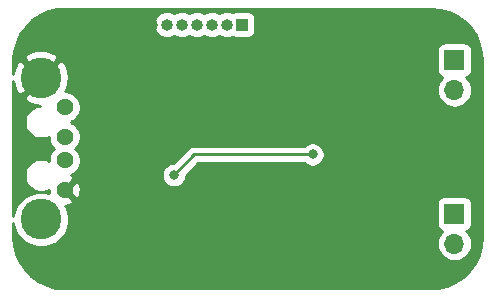
<source format=gbr>
G04 #@! TF.GenerationSoftware,KiCad,Pcbnew,5.1.4-e60b266~84~ubuntu19.04.1*
G04 #@! TF.CreationDate,2019-09-06T13:47:56+02:00*
G04 #@! TF.ProjectId,keyer,6b657965-722e-46b6-9963-61645f706362,rev?*
G04 #@! TF.SameCoordinates,Original*
G04 #@! TF.FileFunction,Copper,L2,Bot*
G04 #@! TF.FilePolarity,Positive*
%FSLAX46Y46*%
G04 Gerber Fmt 4.6, Leading zero omitted, Abs format (unit mm)*
G04 Created by KiCad (PCBNEW 5.1.4-e60b266~84~ubuntu19.04.1) date 2019-09-06 13:47:56*
%MOMM*%
%LPD*%
G04 APERTURE LIST*
%ADD10O,1.000000X1.000000*%
%ADD11R,1.000000X1.000000*%
%ADD12C,3.450000*%
%ADD13C,1.431000*%
%ADD14O,1.700000X1.700000*%
%ADD15R,1.700000X1.700000*%
%ADD16C,0.800000*%
%ADD17C,0.250000*%
%ADD18C,0.254000*%
G04 APERTURE END LIST*
D10*
X116380000Y-117000000D03*
X117650000Y-117000000D03*
X118920000Y-117000000D03*
X120190000Y-117000000D03*
X121460000Y-117000000D03*
X122730000Y-117000000D03*
D11*
X124000000Y-117000000D03*
D12*
X107000000Y-133500000D03*
X107000000Y-121500000D03*
D13*
X109000000Y-131000000D03*
X109000000Y-128500000D03*
X109000000Y-126500000D03*
X109000000Y-124000000D03*
D14*
X142000000Y-135540000D03*
D15*
X142000000Y-133000000D03*
X142000000Y-120000000D03*
D14*
X142000000Y-122540000D03*
D16*
X121000000Y-122000000D03*
X120675000Y-133325000D03*
X121000000Y-136000000D03*
X123600000Y-133310000D03*
X130270000Y-122270000D03*
X131850000Y-136850000D03*
X140000000Y-126000000D03*
X140000000Y-128000000D03*
X140000000Y-130000000D03*
X130000000Y-128000000D03*
X118260000Y-129740000D03*
D17*
X130000000Y-128000000D02*
X120000000Y-128000000D01*
X120000000Y-128000000D02*
X118260000Y-129740000D01*
D18*
G36*
X140768083Y-115731173D02*
G01*
X141511891Y-115934656D01*
X142207905Y-116266638D01*
X142834130Y-116716626D01*
X143370777Y-117270403D01*
X143800871Y-117910451D01*
X144110829Y-118616553D01*
X144292065Y-119371457D01*
X144340000Y-120024207D01*
X144340001Y-134970597D01*
X144268827Y-135768083D01*
X144065344Y-136511890D01*
X143733363Y-137207904D01*
X143283374Y-137834130D01*
X142729597Y-138370777D01*
X142089549Y-138800871D01*
X141383447Y-139110829D01*
X140628543Y-139292065D01*
X139975793Y-139340000D01*
X109029392Y-139340000D01*
X108231917Y-139268827D01*
X107488110Y-139065344D01*
X106792096Y-138733363D01*
X106165870Y-138283374D01*
X105629223Y-137729597D01*
X105199129Y-137089549D01*
X104889171Y-136383447D01*
X104707935Y-135628543D01*
X104660000Y-134975793D01*
X104660000Y-133832986D01*
X104730694Y-134188387D01*
X104908595Y-134617879D01*
X105166868Y-135004412D01*
X105495588Y-135333132D01*
X105882121Y-135591405D01*
X106311613Y-135769306D01*
X106767560Y-135860000D01*
X107232440Y-135860000D01*
X107688387Y-135769306D01*
X108117879Y-135591405D01*
X108194812Y-135540000D01*
X140507815Y-135540000D01*
X140536487Y-135831111D01*
X140621401Y-136111034D01*
X140759294Y-136369014D01*
X140944866Y-136595134D01*
X141170986Y-136780706D01*
X141428966Y-136918599D01*
X141708889Y-137003513D01*
X141927050Y-137025000D01*
X142072950Y-137025000D01*
X142291111Y-137003513D01*
X142571034Y-136918599D01*
X142829014Y-136780706D01*
X143055134Y-136595134D01*
X143240706Y-136369014D01*
X143378599Y-136111034D01*
X143463513Y-135831111D01*
X143492185Y-135540000D01*
X143463513Y-135248889D01*
X143378599Y-134968966D01*
X143240706Y-134710986D01*
X143055134Y-134484866D01*
X143025313Y-134460393D01*
X143094180Y-134439502D01*
X143204494Y-134380537D01*
X143301185Y-134301185D01*
X143380537Y-134204494D01*
X143439502Y-134094180D01*
X143475812Y-133974482D01*
X143488072Y-133850000D01*
X143488072Y-132150000D01*
X143475812Y-132025518D01*
X143439502Y-131905820D01*
X143380537Y-131795506D01*
X143301185Y-131698815D01*
X143204494Y-131619463D01*
X143094180Y-131560498D01*
X142974482Y-131524188D01*
X142850000Y-131511928D01*
X141150000Y-131511928D01*
X141025518Y-131524188D01*
X140905820Y-131560498D01*
X140795506Y-131619463D01*
X140698815Y-131698815D01*
X140619463Y-131795506D01*
X140560498Y-131905820D01*
X140524188Y-132025518D01*
X140511928Y-132150000D01*
X140511928Y-133850000D01*
X140524188Y-133974482D01*
X140560498Y-134094180D01*
X140619463Y-134204494D01*
X140698815Y-134301185D01*
X140795506Y-134380537D01*
X140905820Y-134439502D01*
X140974687Y-134460393D01*
X140944866Y-134484866D01*
X140759294Y-134710986D01*
X140621401Y-134968966D01*
X140536487Y-135248889D01*
X140507815Y-135540000D01*
X108194812Y-135540000D01*
X108504412Y-135333132D01*
X108833132Y-135004412D01*
X109091405Y-134617879D01*
X109269306Y-134188387D01*
X109360000Y-133732440D01*
X109360000Y-133267560D01*
X109269306Y-132811613D01*
X109091405Y-132382121D01*
X109073281Y-132354997D01*
X109073859Y-132355022D01*
X109336792Y-132314577D01*
X109586782Y-132223612D01*
X109691398Y-132167694D01*
X109752740Y-131932345D01*
X109000000Y-131179605D01*
X108985858Y-131193748D01*
X108806253Y-131014143D01*
X108820395Y-131000000D01*
X109179605Y-131000000D01*
X109932345Y-131752740D01*
X110167694Y-131691398D01*
X110280143Y-131450308D01*
X110343395Y-131191912D01*
X110355022Y-130926141D01*
X110314577Y-130663208D01*
X110223612Y-130413218D01*
X110167694Y-130308602D01*
X109932345Y-130247260D01*
X109179605Y-131000000D01*
X108820395Y-131000000D01*
X108806253Y-130985858D01*
X108985858Y-130806253D01*
X109000000Y-130820395D01*
X109752740Y-130067655D01*
X109691398Y-129832306D01*
X109513205Y-129749194D01*
X109639701Y-129696797D01*
X109727605Y-129638061D01*
X117225000Y-129638061D01*
X117225000Y-129841939D01*
X117264774Y-130041898D01*
X117342795Y-130230256D01*
X117456063Y-130399774D01*
X117600226Y-130543937D01*
X117769744Y-130657205D01*
X117958102Y-130735226D01*
X118158061Y-130775000D01*
X118361939Y-130775000D01*
X118561898Y-130735226D01*
X118750256Y-130657205D01*
X118919774Y-130543937D01*
X119063937Y-130399774D01*
X119177205Y-130230256D01*
X119255226Y-130041898D01*
X119295000Y-129841939D01*
X119295000Y-129779801D01*
X120314802Y-128760000D01*
X129296289Y-128760000D01*
X129340226Y-128803937D01*
X129509744Y-128917205D01*
X129698102Y-128995226D01*
X129898061Y-129035000D01*
X130101939Y-129035000D01*
X130301898Y-128995226D01*
X130490256Y-128917205D01*
X130659774Y-128803937D01*
X130803937Y-128659774D01*
X130917205Y-128490256D01*
X130995226Y-128301898D01*
X131035000Y-128101939D01*
X131035000Y-127898061D01*
X130995226Y-127698102D01*
X130917205Y-127509744D01*
X130803937Y-127340226D01*
X130659774Y-127196063D01*
X130490256Y-127082795D01*
X130301898Y-127004774D01*
X130101939Y-126965000D01*
X129898061Y-126965000D01*
X129698102Y-127004774D01*
X129509744Y-127082795D01*
X129340226Y-127196063D01*
X129296289Y-127240000D01*
X120037333Y-127240000D01*
X120000000Y-127236323D01*
X119962667Y-127240000D01*
X119851014Y-127250997D01*
X119707753Y-127294454D01*
X119575724Y-127365026D01*
X119459999Y-127459999D01*
X119436201Y-127488997D01*
X118220199Y-128705000D01*
X118158061Y-128705000D01*
X117958102Y-128744774D01*
X117769744Y-128822795D01*
X117600226Y-128936063D01*
X117456063Y-129080226D01*
X117342795Y-129249744D01*
X117264774Y-129438102D01*
X117225000Y-129638061D01*
X109727605Y-129638061D01*
X109860893Y-129549001D01*
X110049001Y-129360893D01*
X110196797Y-129139701D01*
X110298601Y-128893926D01*
X110350500Y-128633013D01*
X110350500Y-128366987D01*
X110298601Y-128106074D01*
X110196797Y-127860299D01*
X110049001Y-127639107D01*
X109909894Y-127500000D01*
X110049001Y-127360893D01*
X110196797Y-127139701D01*
X110298601Y-126893926D01*
X110350500Y-126633013D01*
X110350500Y-126366987D01*
X110298601Y-126106074D01*
X110196797Y-125860299D01*
X110049001Y-125639107D01*
X109860893Y-125450999D01*
X109639701Y-125303203D01*
X109511258Y-125250000D01*
X109639701Y-125196797D01*
X109860893Y-125049001D01*
X110049001Y-124860893D01*
X110196797Y-124639701D01*
X110298601Y-124393926D01*
X110350500Y-124133013D01*
X110350500Y-123866987D01*
X110298601Y-123606074D01*
X110196797Y-123360299D01*
X110049001Y-123139107D01*
X109860893Y-122950999D01*
X109639701Y-122803203D01*
X109393926Y-122701399D01*
X109133013Y-122649500D01*
X109062503Y-122649500D01*
X109119032Y-122540000D01*
X140507815Y-122540000D01*
X140536487Y-122831111D01*
X140621401Y-123111034D01*
X140759294Y-123369014D01*
X140944866Y-123595134D01*
X141170986Y-123780706D01*
X141428966Y-123918599D01*
X141708889Y-124003513D01*
X141927050Y-124025000D01*
X142072950Y-124025000D01*
X142291111Y-124003513D01*
X142571034Y-123918599D01*
X142829014Y-123780706D01*
X143055134Y-123595134D01*
X143240706Y-123369014D01*
X143378599Y-123111034D01*
X143463513Y-122831111D01*
X143492185Y-122540000D01*
X143463513Y-122248889D01*
X143378599Y-121968966D01*
X143240706Y-121710986D01*
X143055134Y-121484866D01*
X143025313Y-121460393D01*
X143094180Y-121439502D01*
X143204494Y-121380537D01*
X143301185Y-121301185D01*
X143380537Y-121204494D01*
X143439502Y-121094180D01*
X143475812Y-120974482D01*
X143488072Y-120850000D01*
X143488072Y-119150000D01*
X143475812Y-119025518D01*
X143439502Y-118905820D01*
X143380537Y-118795506D01*
X143301185Y-118698815D01*
X143204494Y-118619463D01*
X143094180Y-118560498D01*
X142974482Y-118524188D01*
X142850000Y-118511928D01*
X141150000Y-118511928D01*
X141025518Y-118524188D01*
X140905820Y-118560498D01*
X140795506Y-118619463D01*
X140698815Y-118698815D01*
X140619463Y-118795506D01*
X140560498Y-118905820D01*
X140524188Y-119025518D01*
X140511928Y-119150000D01*
X140511928Y-120850000D01*
X140524188Y-120974482D01*
X140560498Y-121094180D01*
X140619463Y-121204494D01*
X140698815Y-121301185D01*
X140795506Y-121380537D01*
X140905820Y-121439502D01*
X140974687Y-121460393D01*
X140944866Y-121484866D01*
X140759294Y-121710986D01*
X140621401Y-121968966D01*
X140536487Y-122248889D01*
X140507815Y-122540000D01*
X109119032Y-122540000D01*
X109203668Y-122376059D01*
X109332235Y-121929312D01*
X109371177Y-121466067D01*
X109318996Y-121004125D01*
X109177697Y-120561239D01*
X108990414Y-120210860D01*
X108651816Y-120027789D01*
X107179605Y-121500000D01*
X107193748Y-121514143D01*
X107014143Y-121693748D01*
X107000000Y-121679605D01*
X105527789Y-123151816D01*
X105710860Y-123490414D01*
X106123941Y-123703668D01*
X106570688Y-123832235D01*
X106960453Y-123865000D01*
X106863589Y-123865000D01*
X106596011Y-123918225D01*
X106343957Y-124022629D01*
X106117114Y-124174201D01*
X105924201Y-124367114D01*
X105772629Y-124593957D01*
X105668225Y-124846011D01*
X105615000Y-125113589D01*
X105615000Y-125386411D01*
X105668225Y-125653989D01*
X105772629Y-125906043D01*
X105924201Y-126132886D01*
X106117114Y-126325799D01*
X106343957Y-126477371D01*
X106596011Y-126581775D01*
X106863589Y-126635000D01*
X107136411Y-126635000D01*
X107403989Y-126581775D01*
X107649500Y-126480081D01*
X107649500Y-126633013D01*
X107701399Y-126893926D01*
X107803203Y-127139701D01*
X107950999Y-127360893D01*
X108090106Y-127500000D01*
X107950999Y-127639107D01*
X107803203Y-127860299D01*
X107701399Y-128106074D01*
X107649500Y-128366987D01*
X107649500Y-128519919D01*
X107403989Y-128418225D01*
X107136411Y-128365000D01*
X106863589Y-128365000D01*
X106596011Y-128418225D01*
X106343957Y-128522629D01*
X106117114Y-128674201D01*
X105924201Y-128867114D01*
X105772629Y-129093957D01*
X105668225Y-129346011D01*
X105615000Y-129613589D01*
X105615000Y-129886411D01*
X105668225Y-130153989D01*
X105772629Y-130406043D01*
X105924201Y-130632886D01*
X106117114Y-130825799D01*
X106343957Y-130977371D01*
X106596011Y-131081775D01*
X106863589Y-131135000D01*
X107136411Y-131135000D01*
X107403989Y-131081775D01*
X107649073Y-130980258D01*
X107644978Y-131073859D01*
X107668494Y-131226737D01*
X107232440Y-131140000D01*
X106767560Y-131140000D01*
X106311613Y-131230694D01*
X105882121Y-131408595D01*
X105495588Y-131666868D01*
X105166868Y-131995588D01*
X104908595Y-132382121D01*
X104730694Y-132811613D01*
X104660000Y-133167014D01*
X104660000Y-121809933D01*
X104681004Y-121995875D01*
X104822303Y-122438761D01*
X105009586Y-122789140D01*
X105348184Y-122972211D01*
X106820395Y-121500000D01*
X105348184Y-120027789D01*
X105009586Y-120210860D01*
X104796332Y-120623941D01*
X104667765Y-121070688D01*
X104660000Y-121163059D01*
X104660000Y-120029392D01*
X104676172Y-119848184D01*
X105527789Y-119848184D01*
X107000000Y-121320395D01*
X108472211Y-119848184D01*
X108289140Y-119509586D01*
X107876059Y-119296332D01*
X107429312Y-119167765D01*
X106966067Y-119128823D01*
X106504125Y-119181004D01*
X106061239Y-119322303D01*
X105710860Y-119509586D01*
X105527789Y-119848184D01*
X104676172Y-119848184D01*
X104731173Y-119231917D01*
X104934656Y-118488109D01*
X105266638Y-117792095D01*
X105716626Y-117165870D01*
X105887790Y-117000000D01*
X116509509Y-117000000D01*
X116531423Y-117222499D01*
X116596324Y-117436447D01*
X116701716Y-117633623D01*
X116843551Y-117806449D01*
X117016377Y-117948284D01*
X117213553Y-118053676D01*
X117427501Y-118118577D01*
X117594248Y-118135000D01*
X117705752Y-118135000D01*
X117872499Y-118118577D01*
X118086447Y-118053676D01*
X118283623Y-117948284D01*
X118285000Y-117947154D01*
X118286377Y-117948284D01*
X118483553Y-118053676D01*
X118697501Y-118118577D01*
X118864248Y-118135000D01*
X118975752Y-118135000D01*
X119142499Y-118118577D01*
X119356447Y-118053676D01*
X119553623Y-117948284D01*
X119555000Y-117947154D01*
X119556377Y-117948284D01*
X119753553Y-118053676D01*
X119967501Y-118118577D01*
X120134248Y-118135000D01*
X120245752Y-118135000D01*
X120412499Y-118118577D01*
X120626447Y-118053676D01*
X120823623Y-117948284D01*
X120825000Y-117947154D01*
X120826377Y-117948284D01*
X121023553Y-118053676D01*
X121237501Y-118118577D01*
X121404248Y-118135000D01*
X121515752Y-118135000D01*
X121682499Y-118118577D01*
X121896447Y-118053676D01*
X122093623Y-117948284D01*
X122095000Y-117947154D01*
X122096377Y-117948284D01*
X122293553Y-118053676D01*
X122507501Y-118118577D01*
X122674248Y-118135000D01*
X122785752Y-118135000D01*
X122952499Y-118118577D01*
X123166447Y-118053676D01*
X123177621Y-118047703D01*
X123255820Y-118089502D01*
X123375518Y-118125812D01*
X123500000Y-118138072D01*
X124500000Y-118138072D01*
X124624482Y-118125812D01*
X124744180Y-118089502D01*
X124854494Y-118030537D01*
X124951185Y-117951185D01*
X125030537Y-117854494D01*
X125089502Y-117744180D01*
X125125812Y-117624482D01*
X125138072Y-117500000D01*
X125138072Y-116500000D01*
X125125812Y-116375518D01*
X125089502Y-116255820D01*
X125030537Y-116145506D01*
X124951185Y-116048815D01*
X124854494Y-115969463D01*
X124744180Y-115910498D01*
X124624482Y-115874188D01*
X124500000Y-115861928D01*
X123500000Y-115861928D01*
X123375518Y-115874188D01*
X123255820Y-115910498D01*
X123177621Y-115952297D01*
X123166447Y-115946324D01*
X122952499Y-115881423D01*
X122785752Y-115865000D01*
X122674248Y-115865000D01*
X122507501Y-115881423D01*
X122293553Y-115946324D01*
X122096377Y-116051716D01*
X122095000Y-116052846D01*
X122093623Y-116051716D01*
X121896447Y-115946324D01*
X121682499Y-115881423D01*
X121515752Y-115865000D01*
X121404248Y-115865000D01*
X121237501Y-115881423D01*
X121023553Y-115946324D01*
X120826377Y-116051716D01*
X120825000Y-116052846D01*
X120823623Y-116051716D01*
X120626447Y-115946324D01*
X120412499Y-115881423D01*
X120245752Y-115865000D01*
X120134248Y-115865000D01*
X119967501Y-115881423D01*
X119753553Y-115946324D01*
X119556377Y-116051716D01*
X119555000Y-116052846D01*
X119553623Y-116051716D01*
X119356447Y-115946324D01*
X119142499Y-115881423D01*
X118975752Y-115865000D01*
X118864248Y-115865000D01*
X118697501Y-115881423D01*
X118483553Y-115946324D01*
X118286377Y-116051716D01*
X118285000Y-116052846D01*
X118283623Y-116051716D01*
X118086447Y-115946324D01*
X117872499Y-115881423D01*
X117705752Y-115865000D01*
X117594248Y-115865000D01*
X117427501Y-115881423D01*
X117213553Y-115946324D01*
X117016377Y-116051716D01*
X116843551Y-116193551D01*
X116701716Y-116366377D01*
X116596324Y-116563553D01*
X116531423Y-116777501D01*
X116509509Y-117000000D01*
X105887790Y-117000000D01*
X106270403Y-116629223D01*
X106910451Y-116199129D01*
X107616553Y-115889171D01*
X108371457Y-115707935D01*
X109024207Y-115660000D01*
X139970608Y-115660000D01*
X140768083Y-115731173D01*
X140768083Y-115731173D01*
G37*
X140768083Y-115731173D02*
X141511891Y-115934656D01*
X142207905Y-116266638D01*
X142834130Y-116716626D01*
X143370777Y-117270403D01*
X143800871Y-117910451D01*
X144110829Y-118616553D01*
X144292065Y-119371457D01*
X144340000Y-120024207D01*
X144340001Y-134970597D01*
X144268827Y-135768083D01*
X144065344Y-136511890D01*
X143733363Y-137207904D01*
X143283374Y-137834130D01*
X142729597Y-138370777D01*
X142089549Y-138800871D01*
X141383447Y-139110829D01*
X140628543Y-139292065D01*
X139975793Y-139340000D01*
X109029392Y-139340000D01*
X108231917Y-139268827D01*
X107488110Y-139065344D01*
X106792096Y-138733363D01*
X106165870Y-138283374D01*
X105629223Y-137729597D01*
X105199129Y-137089549D01*
X104889171Y-136383447D01*
X104707935Y-135628543D01*
X104660000Y-134975793D01*
X104660000Y-133832986D01*
X104730694Y-134188387D01*
X104908595Y-134617879D01*
X105166868Y-135004412D01*
X105495588Y-135333132D01*
X105882121Y-135591405D01*
X106311613Y-135769306D01*
X106767560Y-135860000D01*
X107232440Y-135860000D01*
X107688387Y-135769306D01*
X108117879Y-135591405D01*
X108194812Y-135540000D01*
X140507815Y-135540000D01*
X140536487Y-135831111D01*
X140621401Y-136111034D01*
X140759294Y-136369014D01*
X140944866Y-136595134D01*
X141170986Y-136780706D01*
X141428966Y-136918599D01*
X141708889Y-137003513D01*
X141927050Y-137025000D01*
X142072950Y-137025000D01*
X142291111Y-137003513D01*
X142571034Y-136918599D01*
X142829014Y-136780706D01*
X143055134Y-136595134D01*
X143240706Y-136369014D01*
X143378599Y-136111034D01*
X143463513Y-135831111D01*
X143492185Y-135540000D01*
X143463513Y-135248889D01*
X143378599Y-134968966D01*
X143240706Y-134710986D01*
X143055134Y-134484866D01*
X143025313Y-134460393D01*
X143094180Y-134439502D01*
X143204494Y-134380537D01*
X143301185Y-134301185D01*
X143380537Y-134204494D01*
X143439502Y-134094180D01*
X143475812Y-133974482D01*
X143488072Y-133850000D01*
X143488072Y-132150000D01*
X143475812Y-132025518D01*
X143439502Y-131905820D01*
X143380537Y-131795506D01*
X143301185Y-131698815D01*
X143204494Y-131619463D01*
X143094180Y-131560498D01*
X142974482Y-131524188D01*
X142850000Y-131511928D01*
X141150000Y-131511928D01*
X141025518Y-131524188D01*
X140905820Y-131560498D01*
X140795506Y-131619463D01*
X140698815Y-131698815D01*
X140619463Y-131795506D01*
X140560498Y-131905820D01*
X140524188Y-132025518D01*
X140511928Y-132150000D01*
X140511928Y-133850000D01*
X140524188Y-133974482D01*
X140560498Y-134094180D01*
X140619463Y-134204494D01*
X140698815Y-134301185D01*
X140795506Y-134380537D01*
X140905820Y-134439502D01*
X140974687Y-134460393D01*
X140944866Y-134484866D01*
X140759294Y-134710986D01*
X140621401Y-134968966D01*
X140536487Y-135248889D01*
X140507815Y-135540000D01*
X108194812Y-135540000D01*
X108504412Y-135333132D01*
X108833132Y-135004412D01*
X109091405Y-134617879D01*
X109269306Y-134188387D01*
X109360000Y-133732440D01*
X109360000Y-133267560D01*
X109269306Y-132811613D01*
X109091405Y-132382121D01*
X109073281Y-132354997D01*
X109073859Y-132355022D01*
X109336792Y-132314577D01*
X109586782Y-132223612D01*
X109691398Y-132167694D01*
X109752740Y-131932345D01*
X109000000Y-131179605D01*
X108985858Y-131193748D01*
X108806253Y-131014143D01*
X108820395Y-131000000D01*
X109179605Y-131000000D01*
X109932345Y-131752740D01*
X110167694Y-131691398D01*
X110280143Y-131450308D01*
X110343395Y-131191912D01*
X110355022Y-130926141D01*
X110314577Y-130663208D01*
X110223612Y-130413218D01*
X110167694Y-130308602D01*
X109932345Y-130247260D01*
X109179605Y-131000000D01*
X108820395Y-131000000D01*
X108806253Y-130985858D01*
X108985858Y-130806253D01*
X109000000Y-130820395D01*
X109752740Y-130067655D01*
X109691398Y-129832306D01*
X109513205Y-129749194D01*
X109639701Y-129696797D01*
X109727605Y-129638061D01*
X117225000Y-129638061D01*
X117225000Y-129841939D01*
X117264774Y-130041898D01*
X117342795Y-130230256D01*
X117456063Y-130399774D01*
X117600226Y-130543937D01*
X117769744Y-130657205D01*
X117958102Y-130735226D01*
X118158061Y-130775000D01*
X118361939Y-130775000D01*
X118561898Y-130735226D01*
X118750256Y-130657205D01*
X118919774Y-130543937D01*
X119063937Y-130399774D01*
X119177205Y-130230256D01*
X119255226Y-130041898D01*
X119295000Y-129841939D01*
X119295000Y-129779801D01*
X120314802Y-128760000D01*
X129296289Y-128760000D01*
X129340226Y-128803937D01*
X129509744Y-128917205D01*
X129698102Y-128995226D01*
X129898061Y-129035000D01*
X130101939Y-129035000D01*
X130301898Y-128995226D01*
X130490256Y-128917205D01*
X130659774Y-128803937D01*
X130803937Y-128659774D01*
X130917205Y-128490256D01*
X130995226Y-128301898D01*
X131035000Y-128101939D01*
X131035000Y-127898061D01*
X130995226Y-127698102D01*
X130917205Y-127509744D01*
X130803937Y-127340226D01*
X130659774Y-127196063D01*
X130490256Y-127082795D01*
X130301898Y-127004774D01*
X130101939Y-126965000D01*
X129898061Y-126965000D01*
X129698102Y-127004774D01*
X129509744Y-127082795D01*
X129340226Y-127196063D01*
X129296289Y-127240000D01*
X120037333Y-127240000D01*
X120000000Y-127236323D01*
X119962667Y-127240000D01*
X119851014Y-127250997D01*
X119707753Y-127294454D01*
X119575724Y-127365026D01*
X119459999Y-127459999D01*
X119436201Y-127488997D01*
X118220199Y-128705000D01*
X118158061Y-128705000D01*
X117958102Y-128744774D01*
X117769744Y-128822795D01*
X117600226Y-128936063D01*
X117456063Y-129080226D01*
X117342795Y-129249744D01*
X117264774Y-129438102D01*
X117225000Y-129638061D01*
X109727605Y-129638061D01*
X109860893Y-129549001D01*
X110049001Y-129360893D01*
X110196797Y-129139701D01*
X110298601Y-128893926D01*
X110350500Y-128633013D01*
X110350500Y-128366987D01*
X110298601Y-128106074D01*
X110196797Y-127860299D01*
X110049001Y-127639107D01*
X109909894Y-127500000D01*
X110049001Y-127360893D01*
X110196797Y-127139701D01*
X110298601Y-126893926D01*
X110350500Y-126633013D01*
X110350500Y-126366987D01*
X110298601Y-126106074D01*
X110196797Y-125860299D01*
X110049001Y-125639107D01*
X109860893Y-125450999D01*
X109639701Y-125303203D01*
X109511258Y-125250000D01*
X109639701Y-125196797D01*
X109860893Y-125049001D01*
X110049001Y-124860893D01*
X110196797Y-124639701D01*
X110298601Y-124393926D01*
X110350500Y-124133013D01*
X110350500Y-123866987D01*
X110298601Y-123606074D01*
X110196797Y-123360299D01*
X110049001Y-123139107D01*
X109860893Y-122950999D01*
X109639701Y-122803203D01*
X109393926Y-122701399D01*
X109133013Y-122649500D01*
X109062503Y-122649500D01*
X109119032Y-122540000D01*
X140507815Y-122540000D01*
X140536487Y-122831111D01*
X140621401Y-123111034D01*
X140759294Y-123369014D01*
X140944866Y-123595134D01*
X141170986Y-123780706D01*
X141428966Y-123918599D01*
X141708889Y-124003513D01*
X141927050Y-124025000D01*
X142072950Y-124025000D01*
X142291111Y-124003513D01*
X142571034Y-123918599D01*
X142829014Y-123780706D01*
X143055134Y-123595134D01*
X143240706Y-123369014D01*
X143378599Y-123111034D01*
X143463513Y-122831111D01*
X143492185Y-122540000D01*
X143463513Y-122248889D01*
X143378599Y-121968966D01*
X143240706Y-121710986D01*
X143055134Y-121484866D01*
X143025313Y-121460393D01*
X143094180Y-121439502D01*
X143204494Y-121380537D01*
X143301185Y-121301185D01*
X143380537Y-121204494D01*
X143439502Y-121094180D01*
X143475812Y-120974482D01*
X143488072Y-120850000D01*
X143488072Y-119150000D01*
X143475812Y-119025518D01*
X143439502Y-118905820D01*
X143380537Y-118795506D01*
X143301185Y-118698815D01*
X143204494Y-118619463D01*
X143094180Y-118560498D01*
X142974482Y-118524188D01*
X142850000Y-118511928D01*
X141150000Y-118511928D01*
X141025518Y-118524188D01*
X140905820Y-118560498D01*
X140795506Y-118619463D01*
X140698815Y-118698815D01*
X140619463Y-118795506D01*
X140560498Y-118905820D01*
X140524188Y-119025518D01*
X140511928Y-119150000D01*
X140511928Y-120850000D01*
X140524188Y-120974482D01*
X140560498Y-121094180D01*
X140619463Y-121204494D01*
X140698815Y-121301185D01*
X140795506Y-121380537D01*
X140905820Y-121439502D01*
X140974687Y-121460393D01*
X140944866Y-121484866D01*
X140759294Y-121710986D01*
X140621401Y-121968966D01*
X140536487Y-122248889D01*
X140507815Y-122540000D01*
X109119032Y-122540000D01*
X109203668Y-122376059D01*
X109332235Y-121929312D01*
X109371177Y-121466067D01*
X109318996Y-121004125D01*
X109177697Y-120561239D01*
X108990414Y-120210860D01*
X108651816Y-120027789D01*
X107179605Y-121500000D01*
X107193748Y-121514143D01*
X107014143Y-121693748D01*
X107000000Y-121679605D01*
X105527789Y-123151816D01*
X105710860Y-123490414D01*
X106123941Y-123703668D01*
X106570688Y-123832235D01*
X106960453Y-123865000D01*
X106863589Y-123865000D01*
X106596011Y-123918225D01*
X106343957Y-124022629D01*
X106117114Y-124174201D01*
X105924201Y-124367114D01*
X105772629Y-124593957D01*
X105668225Y-124846011D01*
X105615000Y-125113589D01*
X105615000Y-125386411D01*
X105668225Y-125653989D01*
X105772629Y-125906043D01*
X105924201Y-126132886D01*
X106117114Y-126325799D01*
X106343957Y-126477371D01*
X106596011Y-126581775D01*
X106863589Y-126635000D01*
X107136411Y-126635000D01*
X107403989Y-126581775D01*
X107649500Y-126480081D01*
X107649500Y-126633013D01*
X107701399Y-126893926D01*
X107803203Y-127139701D01*
X107950999Y-127360893D01*
X108090106Y-127500000D01*
X107950999Y-127639107D01*
X107803203Y-127860299D01*
X107701399Y-128106074D01*
X107649500Y-128366987D01*
X107649500Y-128519919D01*
X107403989Y-128418225D01*
X107136411Y-128365000D01*
X106863589Y-128365000D01*
X106596011Y-128418225D01*
X106343957Y-128522629D01*
X106117114Y-128674201D01*
X105924201Y-128867114D01*
X105772629Y-129093957D01*
X105668225Y-129346011D01*
X105615000Y-129613589D01*
X105615000Y-129886411D01*
X105668225Y-130153989D01*
X105772629Y-130406043D01*
X105924201Y-130632886D01*
X106117114Y-130825799D01*
X106343957Y-130977371D01*
X106596011Y-131081775D01*
X106863589Y-131135000D01*
X107136411Y-131135000D01*
X107403989Y-131081775D01*
X107649073Y-130980258D01*
X107644978Y-131073859D01*
X107668494Y-131226737D01*
X107232440Y-131140000D01*
X106767560Y-131140000D01*
X106311613Y-131230694D01*
X105882121Y-131408595D01*
X105495588Y-131666868D01*
X105166868Y-131995588D01*
X104908595Y-132382121D01*
X104730694Y-132811613D01*
X104660000Y-133167014D01*
X104660000Y-121809933D01*
X104681004Y-121995875D01*
X104822303Y-122438761D01*
X105009586Y-122789140D01*
X105348184Y-122972211D01*
X106820395Y-121500000D01*
X105348184Y-120027789D01*
X105009586Y-120210860D01*
X104796332Y-120623941D01*
X104667765Y-121070688D01*
X104660000Y-121163059D01*
X104660000Y-120029392D01*
X104676172Y-119848184D01*
X105527789Y-119848184D01*
X107000000Y-121320395D01*
X108472211Y-119848184D01*
X108289140Y-119509586D01*
X107876059Y-119296332D01*
X107429312Y-119167765D01*
X106966067Y-119128823D01*
X106504125Y-119181004D01*
X106061239Y-119322303D01*
X105710860Y-119509586D01*
X105527789Y-119848184D01*
X104676172Y-119848184D01*
X104731173Y-119231917D01*
X104934656Y-118488109D01*
X105266638Y-117792095D01*
X105716626Y-117165870D01*
X105887790Y-117000000D01*
X116509509Y-117000000D01*
X116531423Y-117222499D01*
X116596324Y-117436447D01*
X116701716Y-117633623D01*
X116843551Y-117806449D01*
X117016377Y-117948284D01*
X117213553Y-118053676D01*
X117427501Y-118118577D01*
X117594248Y-118135000D01*
X117705752Y-118135000D01*
X117872499Y-118118577D01*
X118086447Y-118053676D01*
X118283623Y-117948284D01*
X118285000Y-117947154D01*
X118286377Y-117948284D01*
X118483553Y-118053676D01*
X118697501Y-118118577D01*
X118864248Y-118135000D01*
X118975752Y-118135000D01*
X119142499Y-118118577D01*
X119356447Y-118053676D01*
X119553623Y-117948284D01*
X119555000Y-117947154D01*
X119556377Y-117948284D01*
X119753553Y-118053676D01*
X119967501Y-118118577D01*
X120134248Y-118135000D01*
X120245752Y-118135000D01*
X120412499Y-118118577D01*
X120626447Y-118053676D01*
X120823623Y-117948284D01*
X120825000Y-117947154D01*
X120826377Y-117948284D01*
X121023553Y-118053676D01*
X121237501Y-118118577D01*
X121404248Y-118135000D01*
X121515752Y-118135000D01*
X121682499Y-118118577D01*
X121896447Y-118053676D01*
X122093623Y-117948284D01*
X122095000Y-117947154D01*
X122096377Y-117948284D01*
X122293553Y-118053676D01*
X122507501Y-118118577D01*
X122674248Y-118135000D01*
X122785752Y-118135000D01*
X122952499Y-118118577D01*
X123166447Y-118053676D01*
X123177621Y-118047703D01*
X123255820Y-118089502D01*
X123375518Y-118125812D01*
X123500000Y-118138072D01*
X124500000Y-118138072D01*
X124624482Y-118125812D01*
X124744180Y-118089502D01*
X124854494Y-118030537D01*
X124951185Y-117951185D01*
X125030537Y-117854494D01*
X125089502Y-117744180D01*
X125125812Y-117624482D01*
X125138072Y-117500000D01*
X125138072Y-116500000D01*
X125125812Y-116375518D01*
X125089502Y-116255820D01*
X125030537Y-116145506D01*
X124951185Y-116048815D01*
X124854494Y-115969463D01*
X124744180Y-115910498D01*
X124624482Y-115874188D01*
X124500000Y-115861928D01*
X123500000Y-115861928D01*
X123375518Y-115874188D01*
X123255820Y-115910498D01*
X123177621Y-115952297D01*
X123166447Y-115946324D01*
X122952499Y-115881423D01*
X122785752Y-115865000D01*
X122674248Y-115865000D01*
X122507501Y-115881423D01*
X122293553Y-115946324D01*
X122096377Y-116051716D01*
X122095000Y-116052846D01*
X122093623Y-116051716D01*
X121896447Y-115946324D01*
X121682499Y-115881423D01*
X121515752Y-115865000D01*
X121404248Y-115865000D01*
X121237501Y-115881423D01*
X121023553Y-115946324D01*
X120826377Y-116051716D01*
X120825000Y-116052846D01*
X120823623Y-116051716D01*
X120626447Y-115946324D01*
X120412499Y-115881423D01*
X120245752Y-115865000D01*
X120134248Y-115865000D01*
X119967501Y-115881423D01*
X119753553Y-115946324D01*
X119556377Y-116051716D01*
X119555000Y-116052846D01*
X119553623Y-116051716D01*
X119356447Y-115946324D01*
X119142499Y-115881423D01*
X118975752Y-115865000D01*
X118864248Y-115865000D01*
X118697501Y-115881423D01*
X118483553Y-115946324D01*
X118286377Y-116051716D01*
X118285000Y-116052846D01*
X118283623Y-116051716D01*
X118086447Y-115946324D01*
X117872499Y-115881423D01*
X117705752Y-115865000D01*
X117594248Y-115865000D01*
X117427501Y-115881423D01*
X117213553Y-115946324D01*
X117016377Y-116051716D01*
X116843551Y-116193551D01*
X116701716Y-116366377D01*
X116596324Y-116563553D01*
X116531423Y-116777501D01*
X116509509Y-117000000D01*
X105887790Y-117000000D01*
X106270403Y-116629223D01*
X106910451Y-116199129D01*
X107616553Y-115889171D01*
X108371457Y-115707935D01*
X109024207Y-115660000D01*
X139970608Y-115660000D01*
X140768083Y-115731173D01*
M02*

</source>
